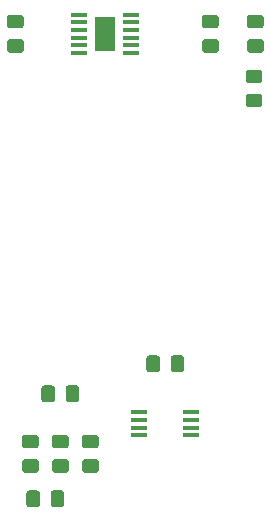
<source format=gbr>
G04 #@! TF.GenerationSoftware,KiCad,Pcbnew,5.1.5+dfsg1-2build2*
G04 #@! TF.CreationDate,2021-09-27T21:09:23+08:00*
G04 #@! TF.ProjectId,esp32-cam,65737033-322d-4636-916d-2e6b69636164,rev?*
G04 #@! TF.SameCoordinates,Original*
G04 #@! TF.FileFunction,Paste,Top*
G04 #@! TF.FilePolarity,Positive*
%FSLAX46Y46*%
G04 Gerber Fmt 4.6, Leading zero omitted, Abs format (unit mm)*
G04 Created by KiCad (PCBNEW 5.1.5+dfsg1-2build2) date 2021-09-27 21:09:23*
%MOMM*%
%LPD*%
G04 APERTURE LIST*
%ADD10C,0.100000*%
%ADD11R,1.333500X0.431800*%
%ADD12R,1.752600X2.946400*%
%ADD13R,1.320800X0.406400*%
G04 APERTURE END LIST*
D10*
G36*
X91933700Y-76096800D02*
G01*
X91933700Y-77370000D01*
X93486300Y-77370000D01*
X93486300Y-76096800D01*
X91933700Y-76096800D01*
G37*
X91933700Y-76096800D02*
X91933700Y-77370000D01*
X93486300Y-77370000D01*
X93486300Y-76096800D01*
X91933700Y-76096800D01*
G36*
X91933700Y-77570000D02*
G01*
X91933700Y-78843200D01*
X93486300Y-78843200D01*
X93486300Y-77570000D01*
X91933700Y-77570000D01*
G37*
X91933700Y-77570000D02*
X91933700Y-78843200D01*
X93486300Y-78843200D01*
X93486300Y-77570000D01*
X91933700Y-77570000D01*
G36*
X88224505Y-107251204D02*
G01*
X88248773Y-107254804D01*
X88272572Y-107260765D01*
X88295671Y-107269030D01*
X88317850Y-107279520D01*
X88338893Y-107292132D01*
X88358599Y-107306747D01*
X88376777Y-107323223D01*
X88393253Y-107341401D01*
X88407868Y-107361107D01*
X88420480Y-107382150D01*
X88430970Y-107404329D01*
X88439235Y-107427428D01*
X88445196Y-107451227D01*
X88448796Y-107475495D01*
X88450000Y-107499999D01*
X88450000Y-108400001D01*
X88448796Y-108424505D01*
X88445196Y-108448773D01*
X88439235Y-108472572D01*
X88430970Y-108495671D01*
X88420480Y-108517850D01*
X88407868Y-108538893D01*
X88393253Y-108558599D01*
X88376777Y-108576777D01*
X88358599Y-108593253D01*
X88338893Y-108607868D01*
X88317850Y-108620480D01*
X88295671Y-108630970D01*
X88272572Y-108639235D01*
X88248773Y-108645196D01*
X88224505Y-108648796D01*
X88200001Y-108650000D01*
X87549999Y-108650000D01*
X87525495Y-108648796D01*
X87501227Y-108645196D01*
X87477428Y-108639235D01*
X87454329Y-108630970D01*
X87432150Y-108620480D01*
X87411107Y-108607868D01*
X87391401Y-108593253D01*
X87373223Y-108576777D01*
X87356747Y-108558599D01*
X87342132Y-108538893D01*
X87329520Y-108517850D01*
X87319030Y-108495671D01*
X87310765Y-108472572D01*
X87304804Y-108448773D01*
X87301204Y-108424505D01*
X87300000Y-108400001D01*
X87300000Y-107499999D01*
X87301204Y-107475495D01*
X87304804Y-107451227D01*
X87310765Y-107427428D01*
X87319030Y-107404329D01*
X87329520Y-107382150D01*
X87342132Y-107361107D01*
X87356747Y-107341401D01*
X87373223Y-107323223D01*
X87391401Y-107306747D01*
X87411107Y-107292132D01*
X87432150Y-107279520D01*
X87454329Y-107269030D01*
X87477428Y-107260765D01*
X87501227Y-107254804D01*
X87525495Y-107251204D01*
X87549999Y-107250000D01*
X88200001Y-107250000D01*
X88224505Y-107251204D01*
G37*
G36*
X90274505Y-107251204D02*
G01*
X90298773Y-107254804D01*
X90322572Y-107260765D01*
X90345671Y-107269030D01*
X90367850Y-107279520D01*
X90388893Y-107292132D01*
X90408599Y-107306747D01*
X90426777Y-107323223D01*
X90443253Y-107341401D01*
X90457868Y-107361107D01*
X90470480Y-107382150D01*
X90480970Y-107404329D01*
X90489235Y-107427428D01*
X90495196Y-107451227D01*
X90498796Y-107475495D01*
X90500000Y-107499999D01*
X90500000Y-108400001D01*
X90498796Y-108424505D01*
X90495196Y-108448773D01*
X90489235Y-108472572D01*
X90480970Y-108495671D01*
X90470480Y-108517850D01*
X90457868Y-108538893D01*
X90443253Y-108558599D01*
X90426777Y-108576777D01*
X90408599Y-108593253D01*
X90388893Y-108607868D01*
X90367850Y-108620480D01*
X90345671Y-108630970D01*
X90322572Y-108639235D01*
X90298773Y-108645196D01*
X90274505Y-108648796D01*
X90250001Y-108650000D01*
X89599999Y-108650000D01*
X89575495Y-108648796D01*
X89551227Y-108645196D01*
X89527428Y-108639235D01*
X89504329Y-108630970D01*
X89482150Y-108620480D01*
X89461107Y-108607868D01*
X89441401Y-108593253D01*
X89423223Y-108576777D01*
X89406747Y-108558599D01*
X89392132Y-108538893D01*
X89379520Y-108517850D01*
X89369030Y-108495671D01*
X89360765Y-108472572D01*
X89354804Y-108448773D01*
X89351204Y-108424505D01*
X89350000Y-108400001D01*
X89350000Y-107499999D01*
X89351204Y-107475495D01*
X89354804Y-107451227D01*
X89360765Y-107427428D01*
X89369030Y-107404329D01*
X89379520Y-107382150D01*
X89392132Y-107361107D01*
X89406747Y-107341401D01*
X89423223Y-107323223D01*
X89441401Y-107306747D01*
X89461107Y-107292132D01*
X89482150Y-107279520D01*
X89504329Y-107269030D01*
X89527428Y-107260765D01*
X89551227Y-107254804D01*
X89575495Y-107251204D01*
X89599999Y-107250000D01*
X90250001Y-107250000D01*
X90274505Y-107251204D01*
G37*
D11*
X90493850Y-75844400D03*
X90493850Y-76494640D03*
X90493850Y-77144880D03*
X90493850Y-77795120D03*
X90493850Y-78445360D03*
X90493850Y-79095600D03*
X94926150Y-79095600D03*
X94926150Y-78445360D03*
X94926150Y-77795120D03*
X94926150Y-77144880D03*
X94926150Y-76494640D03*
X94926150Y-75844400D03*
D12*
X92710000Y-77470000D03*
D10*
G36*
X99164505Y-104711204D02*
G01*
X99188773Y-104714804D01*
X99212572Y-104720765D01*
X99235671Y-104729030D01*
X99257850Y-104739520D01*
X99278893Y-104752132D01*
X99298599Y-104766747D01*
X99316777Y-104783223D01*
X99333253Y-104801401D01*
X99347868Y-104821107D01*
X99360480Y-104842150D01*
X99370970Y-104864329D01*
X99379235Y-104887428D01*
X99385196Y-104911227D01*
X99388796Y-104935495D01*
X99390000Y-104959999D01*
X99390000Y-105860001D01*
X99388796Y-105884505D01*
X99385196Y-105908773D01*
X99379235Y-105932572D01*
X99370970Y-105955671D01*
X99360480Y-105977850D01*
X99347868Y-105998893D01*
X99333253Y-106018599D01*
X99316777Y-106036777D01*
X99298599Y-106053253D01*
X99278893Y-106067868D01*
X99257850Y-106080480D01*
X99235671Y-106090970D01*
X99212572Y-106099235D01*
X99188773Y-106105196D01*
X99164505Y-106108796D01*
X99140001Y-106110000D01*
X98489999Y-106110000D01*
X98465495Y-106108796D01*
X98441227Y-106105196D01*
X98417428Y-106099235D01*
X98394329Y-106090970D01*
X98372150Y-106080480D01*
X98351107Y-106067868D01*
X98331401Y-106053253D01*
X98313223Y-106036777D01*
X98296747Y-106018599D01*
X98282132Y-105998893D01*
X98269520Y-105977850D01*
X98259030Y-105955671D01*
X98250765Y-105932572D01*
X98244804Y-105908773D01*
X98241204Y-105884505D01*
X98240000Y-105860001D01*
X98240000Y-104959999D01*
X98241204Y-104935495D01*
X98244804Y-104911227D01*
X98250765Y-104887428D01*
X98259030Y-104864329D01*
X98269520Y-104842150D01*
X98282132Y-104821107D01*
X98296747Y-104801401D01*
X98313223Y-104783223D01*
X98331401Y-104766747D01*
X98351107Y-104752132D01*
X98372150Y-104739520D01*
X98394329Y-104729030D01*
X98417428Y-104720765D01*
X98441227Y-104714804D01*
X98465495Y-104711204D01*
X98489999Y-104710000D01*
X99140001Y-104710000D01*
X99164505Y-104711204D01*
G37*
G36*
X97114505Y-104711204D02*
G01*
X97138773Y-104714804D01*
X97162572Y-104720765D01*
X97185671Y-104729030D01*
X97207850Y-104739520D01*
X97228893Y-104752132D01*
X97248599Y-104766747D01*
X97266777Y-104783223D01*
X97283253Y-104801401D01*
X97297868Y-104821107D01*
X97310480Y-104842150D01*
X97320970Y-104864329D01*
X97329235Y-104887428D01*
X97335196Y-104911227D01*
X97338796Y-104935495D01*
X97340000Y-104959999D01*
X97340000Y-105860001D01*
X97338796Y-105884505D01*
X97335196Y-105908773D01*
X97329235Y-105932572D01*
X97320970Y-105955671D01*
X97310480Y-105977850D01*
X97297868Y-105998893D01*
X97283253Y-106018599D01*
X97266777Y-106036777D01*
X97248599Y-106053253D01*
X97228893Y-106067868D01*
X97207850Y-106080480D01*
X97185671Y-106090970D01*
X97162572Y-106099235D01*
X97138773Y-106105196D01*
X97114505Y-106108796D01*
X97090001Y-106110000D01*
X96439999Y-106110000D01*
X96415495Y-106108796D01*
X96391227Y-106105196D01*
X96367428Y-106099235D01*
X96344329Y-106090970D01*
X96322150Y-106080480D01*
X96301107Y-106067868D01*
X96281401Y-106053253D01*
X96263223Y-106036777D01*
X96246747Y-106018599D01*
X96232132Y-105998893D01*
X96219520Y-105977850D01*
X96209030Y-105955671D01*
X96200765Y-105932572D01*
X96194804Y-105908773D01*
X96191204Y-105884505D01*
X96190000Y-105860001D01*
X96190000Y-104959999D01*
X96191204Y-104935495D01*
X96194804Y-104911227D01*
X96200765Y-104887428D01*
X96209030Y-104864329D01*
X96219520Y-104842150D01*
X96232132Y-104821107D01*
X96246747Y-104801401D01*
X96263223Y-104783223D01*
X96281401Y-104766747D01*
X96301107Y-104752132D01*
X96322150Y-104739520D01*
X96344329Y-104729030D01*
X96367428Y-104720765D01*
X96391227Y-104714804D01*
X96415495Y-104711204D01*
X96439999Y-104710000D01*
X97090001Y-104710000D01*
X97114505Y-104711204D01*
G37*
D13*
X99999800Y-111465360D03*
X99999800Y-110815120D03*
X99999800Y-110164880D03*
X99999800Y-109514640D03*
X95580200Y-109514640D03*
X95580200Y-110164880D03*
X95580200Y-110815120D03*
X95580200Y-111465360D03*
D10*
G36*
X105884505Y-77921204D02*
G01*
X105908773Y-77924804D01*
X105932572Y-77930765D01*
X105955671Y-77939030D01*
X105977850Y-77949520D01*
X105998893Y-77962132D01*
X106018599Y-77976747D01*
X106036777Y-77993223D01*
X106053253Y-78011401D01*
X106067868Y-78031107D01*
X106080480Y-78052150D01*
X106090970Y-78074329D01*
X106099235Y-78097428D01*
X106105196Y-78121227D01*
X106108796Y-78145495D01*
X106110000Y-78169999D01*
X106110000Y-78820001D01*
X106108796Y-78844505D01*
X106105196Y-78868773D01*
X106099235Y-78892572D01*
X106090970Y-78915671D01*
X106080480Y-78937850D01*
X106067868Y-78958893D01*
X106053253Y-78978599D01*
X106036777Y-78996777D01*
X106018599Y-79013253D01*
X105998893Y-79027868D01*
X105977850Y-79040480D01*
X105955671Y-79050970D01*
X105932572Y-79059235D01*
X105908773Y-79065196D01*
X105884505Y-79068796D01*
X105860001Y-79070000D01*
X104959999Y-79070000D01*
X104935495Y-79068796D01*
X104911227Y-79065196D01*
X104887428Y-79059235D01*
X104864329Y-79050970D01*
X104842150Y-79040480D01*
X104821107Y-79027868D01*
X104801401Y-79013253D01*
X104783223Y-78996777D01*
X104766747Y-78978599D01*
X104752132Y-78958893D01*
X104739520Y-78937850D01*
X104729030Y-78915671D01*
X104720765Y-78892572D01*
X104714804Y-78868773D01*
X104711204Y-78844505D01*
X104710000Y-78820001D01*
X104710000Y-78169999D01*
X104711204Y-78145495D01*
X104714804Y-78121227D01*
X104720765Y-78097428D01*
X104729030Y-78074329D01*
X104739520Y-78052150D01*
X104752132Y-78031107D01*
X104766747Y-78011401D01*
X104783223Y-77993223D01*
X104801401Y-77976747D01*
X104821107Y-77962132D01*
X104842150Y-77949520D01*
X104864329Y-77939030D01*
X104887428Y-77930765D01*
X104911227Y-77924804D01*
X104935495Y-77921204D01*
X104959999Y-77920000D01*
X105860001Y-77920000D01*
X105884505Y-77921204D01*
G37*
G36*
X105884505Y-75871204D02*
G01*
X105908773Y-75874804D01*
X105932572Y-75880765D01*
X105955671Y-75889030D01*
X105977850Y-75899520D01*
X105998893Y-75912132D01*
X106018599Y-75926747D01*
X106036777Y-75943223D01*
X106053253Y-75961401D01*
X106067868Y-75981107D01*
X106080480Y-76002150D01*
X106090970Y-76024329D01*
X106099235Y-76047428D01*
X106105196Y-76071227D01*
X106108796Y-76095495D01*
X106110000Y-76119999D01*
X106110000Y-76770001D01*
X106108796Y-76794505D01*
X106105196Y-76818773D01*
X106099235Y-76842572D01*
X106090970Y-76865671D01*
X106080480Y-76887850D01*
X106067868Y-76908893D01*
X106053253Y-76928599D01*
X106036777Y-76946777D01*
X106018599Y-76963253D01*
X105998893Y-76977868D01*
X105977850Y-76990480D01*
X105955671Y-77000970D01*
X105932572Y-77009235D01*
X105908773Y-77015196D01*
X105884505Y-77018796D01*
X105860001Y-77020000D01*
X104959999Y-77020000D01*
X104935495Y-77018796D01*
X104911227Y-77015196D01*
X104887428Y-77009235D01*
X104864329Y-77000970D01*
X104842150Y-76990480D01*
X104821107Y-76977868D01*
X104801401Y-76963253D01*
X104783223Y-76946777D01*
X104766747Y-76928599D01*
X104752132Y-76908893D01*
X104739520Y-76887850D01*
X104729030Y-76865671D01*
X104720765Y-76842572D01*
X104714804Y-76818773D01*
X104711204Y-76794505D01*
X104710000Y-76770001D01*
X104710000Y-76119999D01*
X104711204Y-76095495D01*
X104714804Y-76071227D01*
X104720765Y-76047428D01*
X104729030Y-76024329D01*
X104739520Y-76002150D01*
X104752132Y-75981107D01*
X104766747Y-75961401D01*
X104783223Y-75943223D01*
X104801401Y-75926747D01*
X104821107Y-75912132D01*
X104842150Y-75899520D01*
X104864329Y-75889030D01*
X104887428Y-75880765D01*
X104911227Y-75874804D01*
X104935495Y-75871204D01*
X104959999Y-75870000D01*
X105860001Y-75870000D01*
X105884505Y-75871204D01*
G37*
G36*
X102074505Y-77921204D02*
G01*
X102098773Y-77924804D01*
X102122572Y-77930765D01*
X102145671Y-77939030D01*
X102167850Y-77949520D01*
X102188893Y-77962132D01*
X102208599Y-77976747D01*
X102226777Y-77993223D01*
X102243253Y-78011401D01*
X102257868Y-78031107D01*
X102270480Y-78052150D01*
X102280970Y-78074329D01*
X102289235Y-78097428D01*
X102295196Y-78121227D01*
X102298796Y-78145495D01*
X102300000Y-78169999D01*
X102300000Y-78820001D01*
X102298796Y-78844505D01*
X102295196Y-78868773D01*
X102289235Y-78892572D01*
X102280970Y-78915671D01*
X102270480Y-78937850D01*
X102257868Y-78958893D01*
X102243253Y-78978599D01*
X102226777Y-78996777D01*
X102208599Y-79013253D01*
X102188893Y-79027868D01*
X102167850Y-79040480D01*
X102145671Y-79050970D01*
X102122572Y-79059235D01*
X102098773Y-79065196D01*
X102074505Y-79068796D01*
X102050001Y-79070000D01*
X101149999Y-79070000D01*
X101125495Y-79068796D01*
X101101227Y-79065196D01*
X101077428Y-79059235D01*
X101054329Y-79050970D01*
X101032150Y-79040480D01*
X101011107Y-79027868D01*
X100991401Y-79013253D01*
X100973223Y-78996777D01*
X100956747Y-78978599D01*
X100942132Y-78958893D01*
X100929520Y-78937850D01*
X100919030Y-78915671D01*
X100910765Y-78892572D01*
X100904804Y-78868773D01*
X100901204Y-78844505D01*
X100900000Y-78820001D01*
X100900000Y-78169999D01*
X100901204Y-78145495D01*
X100904804Y-78121227D01*
X100910765Y-78097428D01*
X100919030Y-78074329D01*
X100929520Y-78052150D01*
X100942132Y-78031107D01*
X100956747Y-78011401D01*
X100973223Y-77993223D01*
X100991401Y-77976747D01*
X101011107Y-77962132D01*
X101032150Y-77949520D01*
X101054329Y-77939030D01*
X101077428Y-77930765D01*
X101101227Y-77924804D01*
X101125495Y-77921204D01*
X101149999Y-77920000D01*
X102050001Y-77920000D01*
X102074505Y-77921204D01*
G37*
G36*
X102074505Y-75871204D02*
G01*
X102098773Y-75874804D01*
X102122572Y-75880765D01*
X102145671Y-75889030D01*
X102167850Y-75899520D01*
X102188893Y-75912132D01*
X102208599Y-75926747D01*
X102226777Y-75943223D01*
X102243253Y-75961401D01*
X102257868Y-75981107D01*
X102270480Y-76002150D01*
X102280970Y-76024329D01*
X102289235Y-76047428D01*
X102295196Y-76071227D01*
X102298796Y-76095495D01*
X102300000Y-76119999D01*
X102300000Y-76770001D01*
X102298796Y-76794505D01*
X102295196Y-76818773D01*
X102289235Y-76842572D01*
X102280970Y-76865671D01*
X102270480Y-76887850D01*
X102257868Y-76908893D01*
X102243253Y-76928599D01*
X102226777Y-76946777D01*
X102208599Y-76963253D01*
X102188893Y-76977868D01*
X102167850Y-76990480D01*
X102145671Y-77000970D01*
X102122572Y-77009235D01*
X102098773Y-77015196D01*
X102074505Y-77018796D01*
X102050001Y-77020000D01*
X101149999Y-77020000D01*
X101125495Y-77018796D01*
X101101227Y-77015196D01*
X101077428Y-77009235D01*
X101054329Y-77000970D01*
X101032150Y-76990480D01*
X101011107Y-76977868D01*
X100991401Y-76963253D01*
X100973223Y-76946777D01*
X100956747Y-76928599D01*
X100942132Y-76908893D01*
X100929520Y-76887850D01*
X100919030Y-76865671D01*
X100910765Y-76842572D01*
X100904804Y-76818773D01*
X100901204Y-76794505D01*
X100900000Y-76770001D01*
X100900000Y-76119999D01*
X100901204Y-76095495D01*
X100904804Y-76071227D01*
X100910765Y-76047428D01*
X100919030Y-76024329D01*
X100929520Y-76002150D01*
X100942132Y-75981107D01*
X100956747Y-75961401D01*
X100973223Y-75943223D01*
X100991401Y-75926747D01*
X101011107Y-75912132D01*
X101032150Y-75899520D01*
X101054329Y-75889030D01*
X101077428Y-75880765D01*
X101101227Y-75874804D01*
X101125495Y-75871204D01*
X101149999Y-75870000D01*
X102050001Y-75870000D01*
X102074505Y-75871204D01*
G37*
G36*
X89004505Y-116141204D02*
G01*
X89028773Y-116144804D01*
X89052572Y-116150765D01*
X89075671Y-116159030D01*
X89097850Y-116169520D01*
X89118893Y-116182132D01*
X89138599Y-116196747D01*
X89156777Y-116213223D01*
X89173253Y-116231401D01*
X89187868Y-116251107D01*
X89200480Y-116272150D01*
X89210970Y-116294329D01*
X89219235Y-116317428D01*
X89225196Y-116341227D01*
X89228796Y-116365495D01*
X89230000Y-116389999D01*
X89230000Y-117290001D01*
X89228796Y-117314505D01*
X89225196Y-117338773D01*
X89219235Y-117362572D01*
X89210970Y-117385671D01*
X89200480Y-117407850D01*
X89187868Y-117428893D01*
X89173253Y-117448599D01*
X89156777Y-117466777D01*
X89138599Y-117483253D01*
X89118893Y-117497868D01*
X89097850Y-117510480D01*
X89075671Y-117520970D01*
X89052572Y-117529235D01*
X89028773Y-117535196D01*
X89004505Y-117538796D01*
X88980001Y-117540000D01*
X88329999Y-117540000D01*
X88305495Y-117538796D01*
X88281227Y-117535196D01*
X88257428Y-117529235D01*
X88234329Y-117520970D01*
X88212150Y-117510480D01*
X88191107Y-117497868D01*
X88171401Y-117483253D01*
X88153223Y-117466777D01*
X88136747Y-117448599D01*
X88122132Y-117428893D01*
X88109520Y-117407850D01*
X88099030Y-117385671D01*
X88090765Y-117362572D01*
X88084804Y-117338773D01*
X88081204Y-117314505D01*
X88080000Y-117290001D01*
X88080000Y-116389999D01*
X88081204Y-116365495D01*
X88084804Y-116341227D01*
X88090765Y-116317428D01*
X88099030Y-116294329D01*
X88109520Y-116272150D01*
X88122132Y-116251107D01*
X88136747Y-116231401D01*
X88153223Y-116213223D01*
X88171401Y-116196747D01*
X88191107Y-116182132D01*
X88212150Y-116169520D01*
X88234329Y-116159030D01*
X88257428Y-116150765D01*
X88281227Y-116144804D01*
X88305495Y-116141204D01*
X88329999Y-116140000D01*
X88980001Y-116140000D01*
X89004505Y-116141204D01*
G37*
G36*
X86954505Y-116141204D02*
G01*
X86978773Y-116144804D01*
X87002572Y-116150765D01*
X87025671Y-116159030D01*
X87047850Y-116169520D01*
X87068893Y-116182132D01*
X87088599Y-116196747D01*
X87106777Y-116213223D01*
X87123253Y-116231401D01*
X87137868Y-116251107D01*
X87150480Y-116272150D01*
X87160970Y-116294329D01*
X87169235Y-116317428D01*
X87175196Y-116341227D01*
X87178796Y-116365495D01*
X87180000Y-116389999D01*
X87180000Y-117290001D01*
X87178796Y-117314505D01*
X87175196Y-117338773D01*
X87169235Y-117362572D01*
X87160970Y-117385671D01*
X87150480Y-117407850D01*
X87137868Y-117428893D01*
X87123253Y-117448599D01*
X87106777Y-117466777D01*
X87088599Y-117483253D01*
X87068893Y-117497868D01*
X87047850Y-117510480D01*
X87025671Y-117520970D01*
X87002572Y-117529235D01*
X86978773Y-117535196D01*
X86954505Y-117538796D01*
X86930001Y-117540000D01*
X86279999Y-117540000D01*
X86255495Y-117538796D01*
X86231227Y-117535196D01*
X86207428Y-117529235D01*
X86184329Y-117520970D01*
X86162150Y-117510480D01*
X86141107Y-117497868D01*
X86121401Y-117483253D01*
X86103223Y-117466777D01*
X86086747Y-117448599D01*
X86072132Y-117428893D01*
X86059520Y-117407850D01*
X86049030Y-117385671D01*
X86040765Y-117362572D01*
X86034804Y-117338773D01*
X86031204Y-117314505D01*
X86030000Y-117290001D01*
X86030000Y-116389999D01*
X86031204Y-116365495D01*
X86034804Y-116341227D01*
X86040765Y-116317428D01*
X86049030Y-116294329D01*
X86059520Y-116272150D01*
X86072132Y-116251107D01*
X86086747Y-116231401D01*
X86103223Y-116213223D01*
X86121401Y-116196747D01*
X86141107Y-116182132D01*
X86162150Y-116169520D01*
X86184329Y-116159030D01*
X86207428Y-116150765D01*
X86231227Y-116144804D01*
X86255495Y-116141204D01*
X86279999Y-116140000D01*
X86930001Y-116140000D01*
X86954505Y-116141204D01*
G37*
G36*
X105774505Y-82551204D02*
G01*
X105798773Y-82554804D01*
X105822572Y-82560765D01*
X105845671Y-82569030D01*
X105867850Y-82579520D01*
X105888893Y-82592132D01*
X105908599Y-82606747D01*
X105926777Y-82623223D01*
X105943253Y-82641401D01*
X105957868Y-82661107D01*
X105970480Y-82682150D01*
X105980970Y-82704329D01*
X105989235Y-82727428D01*
X105995196Y-82751227D01*
X105998796Y-82775495D01*
X106000000Y-82799999D01*
X106000000Y-83450001D01*
X105998796Y-83474505D01*
X105995196Y-83498773D01*
X105989235Y-83522572D01*
X105980970Y-83545671D01*
X105970480Y-83567850D01*
X105957868Y-83588893D01*
X105943253Y-83608599D01*
X105926777Y-83626777D01*
X105908599Y-83643253D01*
X105888893Y-83657868D01*
X105867850Y-83670480D01*
X105845671Y-83680970D01*
X105822572Y-83689235D01*
X105798773Y-83695196D01*
X105774505Y-83698796D01*
X105750001Y-83700000D01*
X104849999Y-83700000D01*
X104825495Y-83698796D01*
X104801227Y-83695196D01*
X104777428Y-83689235D01*
X104754329Y-83680970D01*
X104732150Y-83670480D01*
X104711107Y-83657868D01*
X104691401Y-83643253D01*
X104673223Y-83626777D01*
X104656747Y-83608599D01*
X104642132Y-83588893D01*
X104629520Y-83567850D01*
X104619030Y-83545671D01*
X104610765Y-83522572D01*
X104604804Y-83498773D01*
X104601204Y-83474505D01*
X104600000Y-83450001D01*
X104600000Y-82799999D01*
X104601204Y-82775495D01*
X104604804Y-82751227D01*
X104610765Y-82727428D01*
X104619030Y-82704329D01*
X104629520Y-82682150D01*
X104642132Y-82661107D01*
X104656747Y-82641401D01*
X104673223Y-82623223D01*
X104691401Y-82606747D01*
X104711107Y-82592132D01*
X104732150Y-82579520D01*
X104754329Y-82569030D01*
X104777428Y-82560765D01*
X104801227Y-82554804D01*
X104825495Y-82551204D01*
X104849999Y-82550000D01*
X105750001Y-82550000D01*
X105774505Y-82551204D01*
G37*
G36*
X105774505Y-80501204D02*
G01*
X105798773Y-80504804D01*
X105822572Y-80510765D01*
X105845671Y-80519030D01*
X105867850Y-80529520D01*
X105888893Y-80542132D01*
X105908599Y-80556747D01*
X105926777Y-80573223D01*
X105943253Y-80591401D01*
X105957868Y-80611107D01*
X105970480Y-80632150D01*
X105980970Y-80654329D01*
X105989235Y-80677428D01*
X105995196Y-80701227D01*
X105998796Y-80725495D01*
X106000000Y-80749999D01*
X106000000Y-81400001D01*
X105998796Y-81424505D01*
X105995196Y-81448773D01*
X105989235Y-81472572D01*
X105980970Y-81495671D01*
X105970480Y-81517850D01*
X105957868Y-81538893D01*
X105943253Y-81558599D01*
X105926777Y-81576777D01*
X105908599Y-81593253D01*
X105888893Y-81607868D01*
X105867850Y-81620480D01*
X105845671Y-81630970D01*
X105822572Y-81639235D01*
X105798773Y-81645196D01*
X105774505Y-81648796D01*
X105750001Y-81650000D01*
X104849999Y-81650000D01*
X104825495Y-81648796D01*
X104801227Y-81645196D01*
X104777428Y-81639235D01*
X104754329Y-81630970D01*
X104732150Y-81620480D01*
X104711107Y-81607868D01*
X104691401Y-81593253D01*
X104673223Y-81576777D01*
X104656747Y-81558599D01*
X104642132Y-81538893D01*
X104629520Y-81517850D01*
X104619030Y-81495671D01*
X104610765Y-81472572D01*
X104604804Y-81448773D01*
X104601204Y-81424505D01*
X104600000Y-81400001D01*
X104600000Y-80749999D01*
X104601204Y-80725495D01*
X104604804Y-80701227D01*
X104610765Y-80677428D01*
X104619030Y-80654329D01*
X104629520Y-80632150D01*
X104642132Y-80611107D01*
X104656747Y-80591401D01*
X104673223Y-80573223D01*
X104691401Y-80556747D01*
X104711107Y-80542132D01*
X104732150Y-80529520D01*
X104754329Y-80519030D01*
X104777428Y-80510765D01*
X104801227Y-80504804D01*
X104825495Y-80501204D01*
X104849999Y-80500000D01*
X105750001Y-80500000D01*
X105774505Y-80501204D01*
G37*
G36*
X91914505Y-111431204D02*
G01*
X91938773Y-111434804D01*
X91962572Y-111440765D01*
X91985671Y-111449030D01*
X92007850Y-111459520D01*
X92028893Y-111472132D01*
X92048599Y-111486747D01*
X92066777Y-111503223D01*
X92083253Y-111521401D01*
X92097868Y-111541107D01*
X92110480Y-111562150D01*
X92120970Y-111584329D01*
X92129235Y-111607428D01*
X92135196Y-111631227D01*
X92138796Y-111655495D01*
X92140000Y-111679999D01*
X92140000Y-112330001D01*
X92138796Y-112354505D01*
X92135196Y-112378773D01*
X92129235Y-112402572D01*
X92120970Y-112425671D01*
X92110480Y-112447850D01*
X92097868Y-112468893D01*
X92083253Y-112488599D01*
X92066777Y-112506777D01*
X92048599Y-112523253D01*
X92028893Y-112537868D01*
X92007850Y-112550480D01*
X91985671Y-112560970D01*
X91962572Y-112569235D01*
X91938773Y-112575196D01*
X91914505Y-112578796D01*
X91890001Y-112580000D01*
X90989999Y-112580000D01*
X90965495Y-112578796D01*
X90941227Y-112575196D01*
X90917428Y-112569235D01*
X90894329Y-112560970D01*
X90872150Y-112550480D01*
X90851107Y-112537868D01*
X90831401Y-112523253D01*
X90813223Y-112506777D01*
X90796747Y-112488599D01*
X90782132Y-112468893D01*
X90769520Y-112447850D01*
X90759030Y-112425671D01*
X90750765Y-112402572D01*
X90744804Y-112378773D01*
X90741204Y-112354505D01*
X90740000Y-112330001D01*
X90740000Y-111679999D01*
X90741204Y-111655495D01*
X90744804Y-111631227D01*
X90750765Y-111607428D01*
X90759030Y-111584329D01*
X90769520Y-111562150D01*
X90782132Y-111541107D01*
X90796747Y-111521401D01*
X90813223Y-111503223D01*
X90831401Y-111486747D01*
X90851107Y-111472132D01*
X90872150Y-111459520D01*
X90894329Y-111449030D01*
X90917428Y-111440765D01*
X90941227Y-111434804D01*
X90965495Y-111431204D01*
X90989999Y-111430000D01*
X91890001Y-111430000D01*
X91914505Y-111431204D01*
G37*
G36*
X91914505Y-113481204D02*
G01*
X91938773Y-113484804D01*
X91962572Y-113490765D01*
X91985671Y-113499030D01*
X92007850Y-113509520D01*
X92028893Y-113522132D01*
X92048599Y-113536747D01*
X92066777Y-113553223D01*
X92083253Y-113571401D01*
X92097868Y-113591107D01*
X92110480Y-113612150D01*
X92120970Y-113634329D01*
X92129235Y-113657428D01*
X92135196Y-113681227D01*
X92138796Y-113705495D01*
X92140000Y-113729999D01*
X92140000Y-114380001D01*
X92138796Y-114404505D01*
X92135196Y-114428773D01*
X92129235Y-114452572D01*
X92120970Y-114475671D01*
X92110480Y-114497850D01*
X92097868Y-114518893D01*
X92083253Y-114538599D01*
X92066777Y-114556777D01*
X92048599Y-114573253D01*
X92028893Y-114587868D01*
X92007850Y-114600480D01*
X91985671Y-114610970D01*
X91962572Y-114619235D01*
X91938773Y-114625196D01*
X91914505Y-114628796D01*
X91890001Y-114630000D01*
X90989999Y-114630000D01*
X90965495Y-114628796D01*
X90941227Y-114625196D01*
X90917428Y-114619235D01*
X90894329Y-114610970D01*
X90872150Y-114600480D01*
X90851107Y-114587868D01*
X90831401Y-114573253D01*
X90813223Y-114556777D01*
X90796747Y-114538599D01*
X90782132Y-114518893D01*
X90769520Y-114497850D01*
X90759030Y-114475671D01*
X90750765Y-114452572D01*
X90744804Y-114428773D01*
X90741204Y-114404505D01*
X90740000Y-114380001D01*
X90740000Y-113729999D01*
X90741204Y-113705495D01*
X90744804Y-113681227D01*
X90750765Y-113657428D01*
X90759030Y-113634329D01*
X90769520Y-113612150D01*
X90782132Y-113591107D01*
X90796747Y-113571401D01*
X90813223Y-113553223D01*
X90831401Y-113536747D01*
X90851107Y-113522132D01*
X90872150Y-113509520D01*
X90894329Y-113499030D01*
X90917428Y-113490765D01*
X90941227Y-113484804D01*
X90965495Y-113481204D01*
X90989999Y-113480000D01*
X91890001Y-113480000D01*
X91914505Y-113481204D01*
G37*
G36*
X85564505Y-77921204D02*
G01*
X85588773Y-77924804D01*
X85612572Y-77930765D01*
X85635671Y-77939030D01*
X85657850Y-77949520D01*
X85678893Y-77962132D01*
X85698599Y-77976747D01*
X85716777Y-77993223D01*
X85733253Y-78011401D01*
X85747868Y-78031107D01*
X85760480Y-78052150D01*
X85770970Y-78074329D01*
X85779235Y-78097428D01*
X85785196Y-78121227D01*
X85788796Y-78145495D01*
X85790000Y-78169999D01*
X85790000Y-78820001D01*
X85788796Y-78844505D01*
X85785196Y-78868773D01*
X85779235Y-78892572D01*
X85770970Y-78915671D01*
X85760480Y-78937850D01*
X85747868Y-78958893D01*
X85733253Y-78978599D01*
X85716777Y-78996777D01*
X85698599Y-79013253D01*
X85678893Y-79027868D01*
X85657850Y-79040480D01*
X85635671Y-79050970D01*
X85612572Y-79059235D01*
X85588773Y-79065196D01*
X85564505Y-79068796D01*
X85540001Y-79070000D01*
X84639999Y-79070000D01*
X84615495Y-79068796D01*
X84591227Y-79065196D01*
X84567428Y-79059235D01*
X84544329Y-79050970D01*
X84522150Y-79040480D01*
X84501107Y-79027868D01*
X84481401Y-79013253D01*
X84463223Y-78996777D01*
X84446747Y-78978599D01*
X84432132Y-78958893D01*
X84419520Y-78937850D01*
X84409030Y-78915671D01*
X84400765Y-78892572D01*
X84394804Y-78868773D01*
X84391204Y-78844505D01*
X84390000Y-78820001D01*
X84390000Y-78169999D01*
X84391204Y-78145495D01*
X84394804Y-78121227D01*
X84400765Y-78097428D01*
X84409030Y-78074329D01*
X84419520Y-78052150D01*
X84432132Y-78031107D01*
X84446747Y-78011401D01*
X84463223Y-77993223D01*
X84481401Y-77976747D01*
X84501107Y-77962132D01*
X84522150Y-77949520D01*
X84544329Y-77939030D01*
X84567428Y-77930765D01*
X84591227Y-77924804D01*
X84615495Y-77921204D01*
X84639999Y-77920000D01*
X85540001Y-77920000D01*
X85564505Y-77921204D01*
G37*
G36*
X85564505Y-75871204D02*
G01*
X85588773Y-75874804D01*
X85612572Y-75880765D01*
X85635671Y-75889030D01*
X85657850Y-75899520D01*
X85678893Y-75912132D01*
X85698599Y-75926747D01*
X85716777Y-75943223D01*
X85733253Y-75961401D01*
X85747868Y-75981107D01*
X85760480Y-76002150D01*
X85770970Y-76024329D01*
X85779235Y-76047428D01*
X85785196Y-76071227D01*
X85788796Y-76095495D01*
X85790000Y-76119999D01*
X85790000Y-76770001D01*
X85788796Y-76794505D01*
X85785196Y-76818773D01*
X85779235Y-76842572D01*
X85770970Y-76865671D01*
X85760480Y-76887850D01*
X85747868Y-76908893D01*
X85733253Y-76928599D01*
X85716777Y-76946777D01*
X85698599Y-76963253D01*
X85678893Y-76977868D01*
X85657850Y-76990480D01*
X85635671Y-77000970D01*
X85612572Y-77009235D01*
X85588773Y-77015196D01*
X85564505Y-77018796D01*
X85540001Y-77020000D01*
X84639999Y-77020000D01*
X84615495Y-77018796D01*
X84591227Y-77015196D01*
X84567428Y-77009235D01*
X84544329Y-77000970D01*
X84522150Y-76990480D01*
X84501107Y-76977868D01*
X84481401Y-76963253D01*
X84463223Y-76946777D01*
X84446747Y-76928599D01*
X84432132Y-76908893D01*
X84419520Y-76887850D01*
X84409030Y-76865671D01*
X84400765Y-76842572D01*
X84394804Y-76818773D01*
X84391204Y-76794505D01*
X84390000Y-76770001D01*
X84390000Y-76119999D01*
X84391204Y-76095495D01*
X84394804Y-76071227D01*
X84400765Y-76047428D01*
X84409030Y-76024329D01*
X84419520Y-76002150D01*
X84432132Y-75981107D01*
X84446747Y-75961401D01*
X84463223Y-75943223D01*
X84481401Y-75926747D01*
X84501107Y-75912132D01*
X84522150Y-75899520D01*
X84544329Y-75889030D01*
X84567428Y-75880765D01*
X84591227Y-75874804D01*
X84615495Y-75871204D01*
X84639999Y-75870000D01*
X85540001Y-75870000D01*
X85564505Y-75871204D01*
G37*
G36*
X86834505Y-113481204D02*
G01*
X86858773Y-113484804D01*
X86882572Y-113490765D01*
X86905671Y-113499030D01*
X86927850Y-113509520D01*
X86948893Y-113522132D01*
X86968599Y-113536747D01*
X86986777Y-113553223D01*
X87003253Y-113571401D01*
X87017868Y-113591107D01*
X87030480Y-113612150D01*
X87040970Y-113634329D01*
X87049235Y-113657428D01*
X87055196Y-113681227D01*
X87058796Y-113705495D01*
X87060000Y-113729999D01*
X87060000Y-114380001D01*
X87058796Y-114404505D01*
X87055196Y-114428773D01*
X87049235Y-114452572D01*
X87040970Y-114475671D01*
X87030480Y-114497850D01*
X87017868Y-114518893D01*
X87003253Y-114538599D01*
X86986777Y-114556777D01*
X86968599Y-114573253D01*
X86948893Y-114587868D01*
X86927850Y-114600480D01*
X86905671Y-114610970D01*
X86882572Y-114619235D01*
X86858773Y-114625196D01*
X86834505Y-114628796D01*
X86810001Y-114630000D01*
X85909999Y-114630000D01*
X85885495Y-114628796D01*
X85861227Y-114625196D01*
X85837428Y-114619235D01*
X85814329Y-114610970D01*
X85792150Y-114600480D01*
X85771107Y-114587868D01*
X85751401Y-114573253D01*
X85733223Y-114556777D01*
X85716747Y-114538599D01*
X85702132Y-114518893D01*
X85689520Y-114497850D01*
X85679030Y-114475671D01*
X85670765Y-114452572D01*
X85664804Y-114428773D01*
X85661204Y-114404505D01*
X85660000Y-114380001D01*
X85660000Y-113729999D01*
X85661204Y-113705495D01*
X85664804Y-113681227D01*
X85670765Y-113657428D01*
X85679030Y-113634329D01*
X85689520Y-113612150D01*
X85702132Y-113591107D01*
X85716747Y-113571401D01*
X85733223Y-113553223D01*
X85751401Y-113536747D01*
X85771107Y-113522132D01*
X85792150Y-113509520D01*
X85814329Y-113499030D01*
X85837428Y-113490765D01*
X85861227Y-113484804D01*
X85885495Y-113481204D01*
X85909999Y-113480000D01*
X86810001Y-113480000D01*
X86834505Y-113481204D01*
G37*
G36*
X86834505Y-111431204D02*
G01*
X86858773Y-111434804D01*
X86882572Y-111440765D01*
X86905671Y-111449030D01*
X86927850Y-111459520D01*
X86948893Y-111472132D01*
X86968599Y-111486747D01*
X86986777Y-111503223D01*
X87003253Y-111521401D01*
X87017868Y-111541107D01*
X87030480Y-111562150D01*
X87040970Y-111584329D01*
X87049235Y-111607428D01*
X87055196Y-111631227D01*
X87058796Y-111655495D01*
X87060000Y-111679999D01*
X87060000Y-112330001D01*
X87058796Y-112354505D01*
X87055196Y-112378773D01*
X87049235Y-112402572D01*
X87040970Y-112425671D01*
X87030480Y-112447850D01*
X87017868Y-112468893D01*
X87003253Y-112488599D01*
X86986777Y-112506777D01*
X86968599Y-112523253D01*
X86948893Y-112537868D01*
X86927850Y-112550480D01*
X86905671Y-112560970D01*
X86882572Y-112569235D01*
X86858773Y-112575196D01*
X86834505Y-112578796D01*
X86810001Y-112580000D01*
X85909999Y-112580000D01*
X85885495Y-112578796D01*
X85861227Y-112575196D01*
X85837428Y-112569235D01*
X85814329Y-112560970D01*
X85792150Y-112550480D01*
X85771107Y-112537868D01*
X85751401Y-112523253D01*
X85733223Y-112506777D01*
X85716747Y-112488599D01*
X85702132Y-112468893D01*
X85689520Y-112447850D01*
X85679030Y-112425671D01*
X85670765Y-112402572D01*
X85664804Y-112378773D01*
X85661204Y-112354505D01*
X85660000Y-112330001D01*
X85660000Y-111679999D01*
X85661204Y-111655495D01*
X85664804Y-111631227D01*
X85670765Y-111607428D01*
X85679030Y-111584329D01*
X85689520Y-111562150D01*
X85702132Y-111541107D01*
X85716747Y-111521401D01*
X85733223Y-111503223D01*
X85751401Y-111486747D01*
X85771107Y-111472132D01*
X85792150Y-111459520D01*
X85814329Y-111449030D01*
X85837428Y-111440765D01*
X85861227Y-111434804D01*
X85885495Y-111431204D01*
X85909999Y-111430000D01*
X86810001Y-111430000D01*
X86834505Y-111431204D01*
G37*
G36*
X89374505Y-113481204D02*
G01*
X89398773Y-113484804D01*
X89422572Y-113490765D01*
X89445671Y-113499030D01*
X89467850Y-113509520D01*
X89488893Y-113522132D01*
X89508599Y-113536747D01*
X89526777Y-113553223D01*
X89543253Y-113571401D01*
X89557868Y-113591107D01*
X89570480Y-113612150D01*
X89580970Y-113634329D01*
X89589235Y-113657428D01*
X89595196Y-113681227D01*
X89598796Y-113705495D01*
X89600000Y-113729999D01*
X89600000Y-114380001D01*
X89598796Y-114404505D01*
X89595196Y-114428773D01*
X89589235Y-114452572D01*
X89580970Y-114475671D01*
X89570480Y-114497850D01*
X89557868Y-114518893D01*
X89543253Y-114538599D01*
X89526777Y-114556777D01*
X89508599Y-114573253D01*
X89488893Y-114587868D01*
X89467850Y-114600480D01*
X89445671Y-114610970D01*
X89422572Y-114619235D01*
X89398773Y-114625196D01*
X89374505Y-114628796D01*
X89350001Y-114630000D01*
X88449999Y-114630000D01*
X88425495Y-114628796D01*
X88401227Y-114625196D01*
X88377428Y-114619235D01*
X88354329Y-114610970D01*
X88332150Y-114600480D01*
X88311107Y-114587868D01*
X88291401Y-114573253D01*
X88273223Y-114556777D01*
X88256747Y-114538599D01*
X88242132Y-114518893D01*
X88229520Y-114497850D01*
X88219030Y-114475671D01*
X88210765Y-114452572D01*
X88204804Y-114428773D01*
X88201204Y-114404505D01*
X88200000Y-114380001D01*
X88200000Y-113729999D01*
X88201204Y-113705495D01*
X88204804Y-113681227D01*
X88210765Y-113657428D01*
X88219030Y-113634329D01*
X88229520Y-113612150D01*
X88242132Y-113591107D01*
X88256747Y-113571401D01*
X88273223Y-113553223D01*
X88291401Y-113536747D01*
X88311107Y-113522132D01*
X88332150Y-113509520D01*
X88354329Y-113499030D01*
X88377428Y-113490765D01*
X88401227Y-113484804D01*
X88425495Y-113481204D01*
X88449999Y-113480000D01*
X89350001Y-113480000D01*
X89374505Y-113481204D01*
G37*
G36*
X89374505Y-111431204D02*
G01*
X89398773Y-111434804D01*
X89422572Y-111440765D01*
X89445671Y-111449030D01*
X89467850Y-111459520D01*
X89488893Y-111472132D01*
X89508599Y-111486747D01*
X89526777Y-111503223D01*
X89543253Y-111521401D01*
X89557868Y-111541107D01*
X89570480Y-111562150D01*
X89580970Y-111584329D01*
X89589235Y-111607428D01*
X89595196Y-111631227D01*
X89598796Y-111655495D01*
X89600000Y-111679999D01*
X89600000Y-112330001D01*
X89598796Y-112354505D01*
X89595196Y-112378773D01*
X89589235Y-112402572D01*
X89580970Y-112425671D01*
X89570480Y-112447850D01*
X89557868Y-112468893D01*
X89543253Y-112488599D01*
X89526777Y-112506777D01*
X89508599Y-112523253D01*
X89488893Y-112537868D01*
X89467850Y-112550480D01*
X89445671Y-112560970D01*
X89422572Y-112569235D01*
X89398773Y-112575196D01*
X89374505Y-112578796D01*
X89350001Y-112580000D01*
X88449999Y-112580000D01*
X88425495Y-112578796D01*
X88401227Y-112575196D01*
X88377428Y-112569235D01*
X88354329Y-112560970D01*
X88332150Y-112550480D01*
X88311107Y-112537868D01*
X88291401Y-112523253D01*
X88273223Y-112506777D01*
X88256747Y-112488599D01*
X88242132Y-112468893D01*
X88229520Y-112447850D01*
X88219030Y-112425671D01*
X88210765Y-112402572D01*
X88204804Y-112378773D01*
X88201204Y-112354505D01*
X88200000Y-112330001D01*
X88200000Y-111679999D01*
X88201204Y-111655495D01*
X88204804Y-111631227D01*
X88210765Y-111607428D01*
X88219030Y-111584329D01*
X88229520Y-111562150D01*
X88242132Y-111541107D01*
X88256747Y-111521401D01*
X88273223Y-111503223D01*
X88291401Y-111486747D01*
X88311107Y-111472132D01*
X88332150Y-111459520D01*
X88354329Y-111449030D01*
X88377428Y-111440765D01*
X88401227Y-111434804D01*
X88425495Y-111431204D01*
X88449999Y-111430000D01*
X89350001Y-111430000D01*
X89374505Y-111431204D01*
G37*
M02*

</source>
